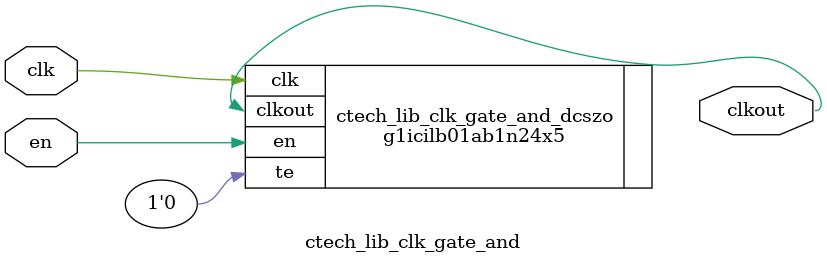
<source format=sv>

module ctech_lib_clk_gate_and (
   input logic clk,
   input logic en,
   output logic clkout );
   

   g1icilb01ab1n24x5 ctech_lib_clk_gate_and_dcszo (.clkout(clkout), .clk(clk), .en(en), .te(1'b0));

endmodule // ctech_lib_clk_gate_and

</source>
